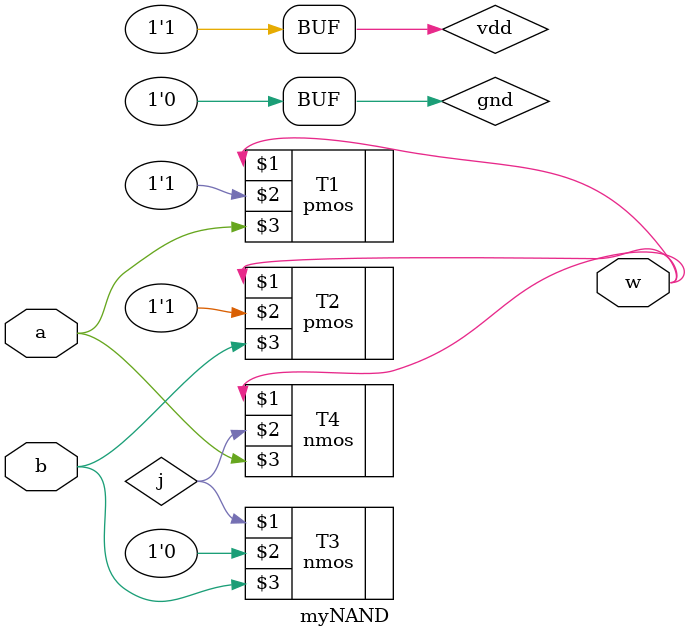
<source format=v>
`timescale 1ns/1ns

module myNAND(input a,b,output w);
	supply1 vdd;
	supply0 gnd;
	wire j;
	pmos #(4,7,9) T1(w,vdd,a),T2(w,vdd,b);
	nmos #(3,5,7) T3(j,gnd,b),T4(w,j,a);
endmodule

</source>
